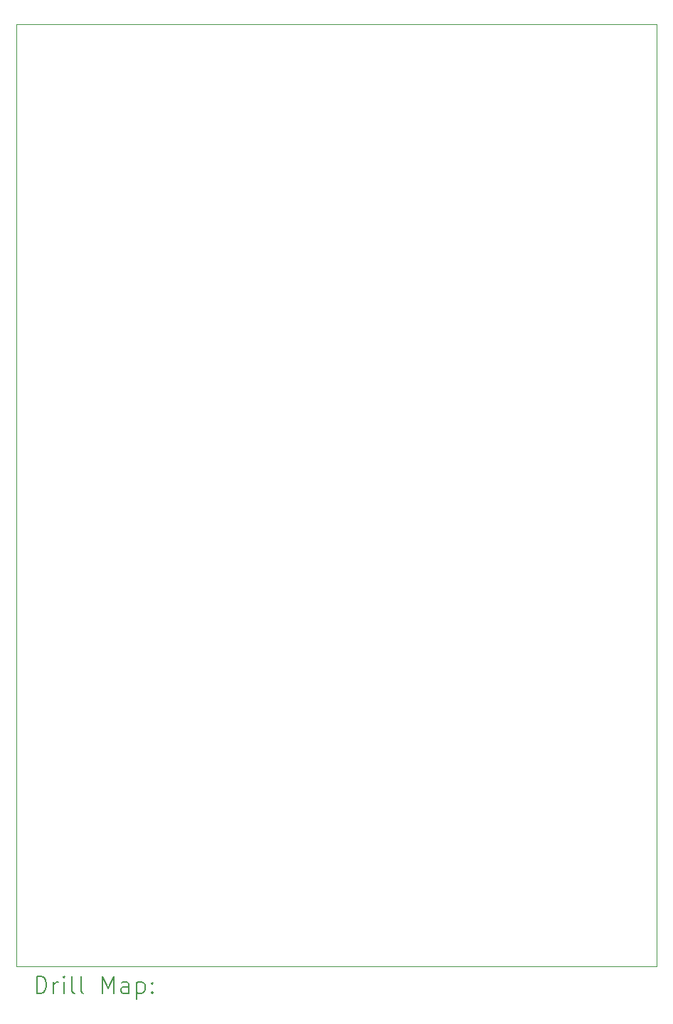
<source format=gbr>
%TF.GenerationSoftware,KiCad,Pcbnew,7.0.2*%
%TF.CreationDate,2023-05-21T17:51:34-07:00*%
%TF.ProjectId,IOBoard_ATSAMD21,494f426f-6172-4645-9f41-5453414d4432,rev?*%
%TF.SameCoordinates,Original*%
%TF.FileFunction,Drillmap*%
%TF.FilePolarity,Positive*%
%FSLAX45Y45*%
G04 Gerber Fmt 4.5, Leading zero omitted, Abs format (unit mm)*
G04 Created by KiCad (PCBNEW 7.0.2) date 2023-05-21 17:51:34*
%MOMM*%
%LPD*%
G01*
G04 APERTURE LIST*
%ADD10C,0.100000*%
%ADD11C,0.200000*%
G04 APERTURE END LIST*
D10*
X5000000Y-5825000D02*
X12620000Y-5825000D01*
X12620000Y-17025000D01*
X5000000Y-17025000D01*
X5000000Y-5825000D01*
D11*
X5242619Y-17342524D02*
X5242619Y-17142524D01*
X5242619Y-17142524D02*
X5290238Y-17142524D01*
X5290238Y-17142524D02*
X5318810Y-17152048D01*
X5318810Y-17152048D02*
X5337857Y-17171095D01*
X5337857Y-17171095D02*
X5347381Y-17190143D01*
X5347381Y-17190143D02*
X5356905Y-17228238D01*
X5356905Y-17228238D02*
X5356905Y-17256810D01*
X5356905Y-17256810D02*
X5347381Y-17294905D01*
X5347381Y-17294905D02*
X5337857Y-17313952D01*
X5337857Y-17313952D02*
X5318810Y-17333000D01*
X5318810Y-17333000D02*
X5290238Y-17342524D01*
X5290238Y-17342524D02*
X5242619Y-17342524D01*
X5442619Y-17342524D02*
X5442619Y-17209190D01*
X5442619Y-17247286D02*
X5452143Y-17228238D01*
X5452143Y-17228238D02*
X5461667Y-17218714D01*
X5461667Y-17218714D02*
X5480714Y-17209190D01*
X5480714Y-17209190D02*
X5499762Y-17209190D01*
X5566429Y-17342524D02*
X5566429Y-17209190D01*
X5566429Y-17142524D02*
X5556905Y-17152048D01*
X5556905Y-17152048D02*
X5566429Y-17161571D01*
X5566429Y-17161571D02*
X5575952Y-17152048D01*
X5575952Y-17152048D02*
X5566429Y-17142524D01*
X5566429Y-17142524D02*
X5566429Y-17161571D01*
X5690238Y-17342524D02*
X5671190Y-17333000D01*
X5671190Y-17333000D02*
X5661667Y-17313952D01*
X5661667Y-17313952D02*
X5661667Y-17142524D01*
X5795000Y-17342524D02*
X5775952Y-17333000D01*
X5775952Y-17333000D02*
X5766428Y-17313952D01*
X5766428Y-17313952D02*
X5766428Y-17142524D01*
X6023571Y-17342524D02*
X6023571Y-17142524D01*
X6023571Y-17142524D02*
X6090238Y-17285381D01*
X6090238Y-17285381D02*
X6156905Y-17142524D01*
X6156905Y-17142524D02*
X6156905Y-17342524D01*
X6337857Y-17342524D02*
X6337857Y-17237762D01*
X6337857Y-17237762D02*
X6328333Y-17218714D01*
X6328333Y-17218714D02*
X6309286Y-17209190D01*
X6309286Y-17209190D02*
X6271190Y-17209190D01*
X6271190Y-17209190D02*
X6252143Y-17218714D01*
X6337857Y-17333000D02*
X6318809Y-17342524D01*
X6318809Y-17342524D02*
X6271190Y-17342524D01*
X6271190Y-17342524D02*
X6252143Y-17333000D01*
X6252143Y-17333000D02*
X6242619Y-17313952D01*
X6242619Y-17313952D02*
X6242619Y-17294905D01*
X6242619Y-17294905D02*
X6252143Y-17275857D01*
X6252143Y-17275857D02*
X6271190Y-17266333D01*
X6271190Y-17266333D02*
X6318809Y-17266333D01*
X6318809Y-17266333D02*
X6337857Y-17256810D01*
X6433095Y-17209190D02*
X6433095Y-17409190D01*
X6433095Y-17218714D02*
X6452143Y-17209190D01*
X6452143Y-17209190D02*
X6490238Y-17209190D01*
X6490238Y-17209190D02*
X6509286Y-17218714D01*
X6509286Y-17218714D02*
X6518809Y-17228238D01*
X6518809Y-17228238D02*
X6528333Y-17247286D01*
X6528333Y-17247286D02*
X6528333Y-17304429D01*
X6528333Y-17304429D02*
X6518809Y-17323476D01*
X6518809Y-17323476D02*
X6509286Y-17333000D01*
X6509286Y-17333000D02*
X6490238Y-17342524D01*
X6490238Y-17342524D02*
X6452143Y-17342524D01*
X6452143Y-17342524D02*
X6433095Y-17333000D01*
X6614048Y-17323476D02*
X6623571Y-17333000D01*
X6623571Y-17333000D02*
X6614048Y-17342524D01*
X6614048Y-17342524D02*
X6604524Y-17333000D01*
X6604524Y-17333000D02*
X6614048Y-17323476D01*
X6614048Y-17323476D02*
X6614048Y-17342524D01*
X6614048Y-17218714D02*
X6623571Y-17228238D01*
X6623571Y-17228238D02*
X6614048Y-17237762D01*
X6614048Y-17237762D02*
X6604524Y-17228238D01*
X6604524Y-17228238D02*
X6614048Y-17218714D01*
X6614048Y-17218714D02*
X6614048Y-17237762D01*
M02*

</source>
